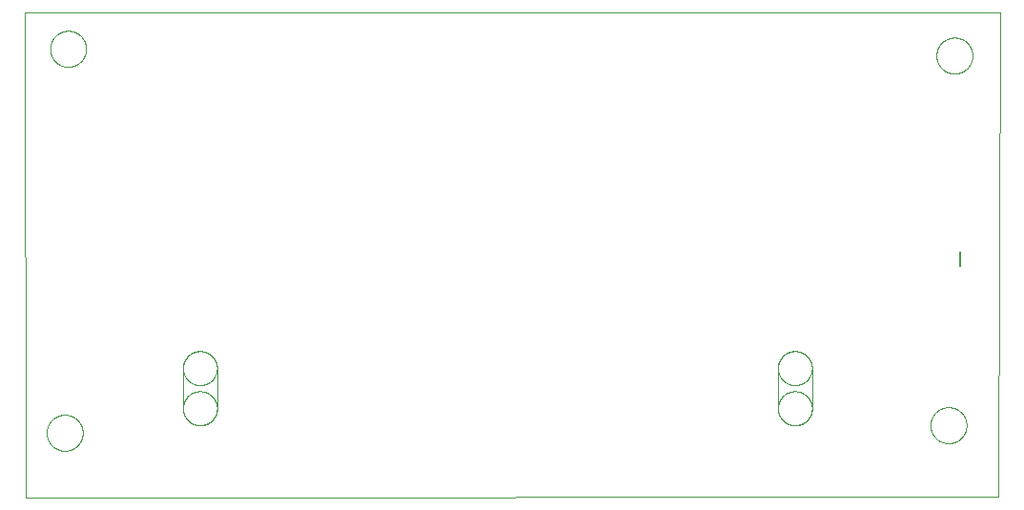
<source format=gbo>
G75*
%MOIN*%
%OFA0B0*%
%FSLAX25Y25*%
%IPPOS*%
%LPD*%
%AMOC8*
5,1,8,0,0,1.08239X$1,22.5*
%
%ADD10C,0.00000*%
%ADD11C,0.00009*%
%ADD12C,0.00800*%
D10*
X0002378Y0001591D02*
X0001984Y0171394D01*
X0343008Y0171394D01*
X0342614Y0001984D01*
X0002378Y0001591D01*
X0009780Y0024346D02*
X0009782Y0024504D01*
X0009788Y0024662D01*
X0009798Y0024820D01*
X0009812Y0024978D01*
X0009830Y0025135D01*
X0009851Y0025292D01*
X0009877Y0025448D01*
X0009907Y0025604D01*
X0009940Y0025759D01*
X0009978Y0025912D01*
X0010019Y0026065D01*
X0010064Y0026217D01*
X0010113Y0026368D01*
X0010166Y0026517D01*
X0010222Y0026665D01*
X0010282Y0026811D01*
X0010346Y0026956D01*
X0010414Y0027099D01*
X0010485Y0027241D01*
X0010559Y0027381D01*
X0010637Y0027518D01*
X0010719Y0027654D01*
X0010803Y0027788D01*
X0010892Y0027919D01*
X0010983Y0028048D01*
X0011078Y0028175D01*
X0011175Y0028300D01*
X0011276Y0028422D01*
X0011380Y0028541D01*
X0011487Y0028658D01*
X0011597Y0028772D01*
X0011710Y0028883D01*
X0011825Y0028992D01*
X0011943Y0029097D01*
X0012064Y0029199D01*
X0012187Y0029299D01*
X0012313Y0029395D01*
X0012441Y0029488D01*
X0012571Y0029578D01*
X0012704Y0029664D01*
X0012839Y0029748D01*
X0012975Y0029827D01*
X0013114Y0029904D01*
X0013255Y0029976D01*
X0013397Y0030046D01*
X0013541Y0030111D01*
X0013687Y0030173D01*
X0013834Y0030231D01*
X0013983Y0030286D01*
X0014133Y0030337D01*
X0014284Y0030384D01*
X0014436Y0030427D01*
X0014589Y0030466D01*
X0014744Y0030502D01*
X0014899Y0030533D01*
X0015055Y0030561D01*
X0015211Y0030585D01*
X0015368Y0030605D01*
X0015526Y0030621D01*
X0015683Y0030633D01*
X0015842Y0030641D01*
X0016000Y0030645D01*
X0016158Y0030645D01*
X0016316Y0030641D01*
X0016475Y0030633D01*
X0016632Y0030621D01*
X0016790Y0030605D01*
X0016947Y0030585D01*
X0017103Y0030561D01*
X0017259Y0030533D01*
X0017414Y0030502D01*
X0017569Y0030466D01*
X0017722Y0030427D01*
X0017874Y0030384D01*
X0018025Y0030337D01*
X0018175Y0030286D01*
X0018324Y0030231D01*
X0018471Y0030173D01*
X0018617Y0030111D01*
X0018761Y0030046D01*
X0018903Y0029976D01*
X0019044Y0029904D01*
X0019183Y0029827D01*
X0019319Y0029748D01*
X0019454Y0029664D01*
X0019587Y0029578D01*
X0019717Y0029488D01*
X0019845Y0029395D01*
X0019971Y0029299D01*
X0020094Y0029199D01*
X0020215Y0029097D01*
X0020333Y0028992D01*
X0020448Y0028883D01*
X0020561Y0028772D01*
X0020671Y0028658D01*
X0020778Y0028541D01*
X0020882Y0028422D01*
X0020983Y0028300D01*
X0021080Y0028175D01*
X0021175Y0028048D01*
X0021266Y0027919D01*
X0021355Y0027788D01*
X0021439Y0027654D01*
X0021521Y0027518D01*
X0021599Y0027381D01*
X0021673Y0027241D01*
X0021744Y0027099D01*
X0021812Y0026956D01*
X0021876Y0026811D01*
X0021936Y0026665D01*
X0021992Y0026517D01*
X0022045Y0026368D01*
X0022094Y0026217D01*
X0022139Y0026065D01*
X0022180Y0025912D01*
X0022218Y0025759D01*
X0022251Y0025604D01*
X0022281Y0025448D01*
X0022307Y0025292D01*
X0022328Y0025135D01*
X0022346Y0024978D01*
X0022360Y0024820D01*
X0022370Y0024662D01*
X0022376Y0024504D01*
X0022378Y0024346D01*
X0022376Y0024188D01*
X0022370Y0024030D01*
X0022360Y0023872D01*
X0022346Y0023714D01*
X0022328Y0023557D01*
X0022307Y0023400D01*
X0022281Y0023244D01*
X0022251Y0023088D01*
X0022218Y0022933D01*
X0022180Y0022780D01*
X0022139Y0022627D01*
X0022094Y0022475D01*
X0022045Y0022324D01*
X0021992Y0022175D01*
X0021936Y0022027D01*
X0021876Y0021881D01*
X0021812Y0021736D01*
X0021744Y0021593D01*
X0021673Y0021451D01*
X0021599Y0021311D01*
X0021521Y0021174D01*
X0021439Y0021038D01*
X0021355Y0020904D01*
X0021266Y0020773D01*
X0021175Y0020644D01*
X0021080Y0020517D01*
X0020983Y0020392D01*
X0020882Y0020270D01*
X0020778Y0020151D01*
X0020671Y0020034D01*
X0020561Y0019920D01*
X0020448Y0019809D01*
X0020333Y0019700D01*
X0020215Y0019595D01*
X0020094Y0019493D01*
X0019971Y0019393D01*
X0019845Y0019297D01*
X0019717Y0019204D01*
X0019587Y0019114D01*
X0019454Y0019028D01*
X0019319Y0018944D01*
X0019183Y0018865D01*
X0019044Y0018788D01*
X0018903Y0018716D01*
X0018761Y0018646D01*
X0018617Y0018581D01*
X0018471Y0018519D01*
X0018324Y0018461D01*
X0018175Y0018406D01*
X0018025Y0018355D01*
X0017874Y0018308D01*
X0017722Y0018265D01*
X0017569Y0018226D01*
X0017414Y0018190D01*
X0017259Y0018159D01*
X0017103Y0018131D01*
X0016947Y0018107D01*
X0016790Y0018087D01*
X0016632Y0018071D01*
X0016475Y0018059D01*
X0016316Y0018051D01*
X0016158Y0018047D01*
X0016000Y0018047D01*
X0015842Y0018051D01*
X0015683Y0018059D01*
X0015526Y0018071D01*
X0015368Y0018087D01*
X0015211Y0018107D01*
X0015055Y0018131D01*
X0014899Y0018159D01*
X0014744Y0018190D01*
X0014589Y0018226D01*
X0014436Y0018265D01*
X0014284Y0018308D01*
X0014133Y0018355D01*
X0013983Y0018406D01*
X0013834Y0018461D01*
X0013687Y0018519D01*
X0013541Y0018581D01*
X0013397Y0018646D01*
X0013255Y0018716D01*
X0013114Y0018788D01*
X0012975Y0018865D01*
X0012839Y0018944D01*
X0012704Y0019028D01*
X0012571Y0019114D01*
X0012441Y0019204D01*
X0012313Y0019297D01*
X0012187Y0019393D01*
X0012064Y0019493D01*
X0011943Y0019595D01*
X0011825Y0019700D01*
X0011710Y0019809D01*
X0011597Y0019920D01*
X0011487Y0020034D01*
X0011380Y0020151D01*
X0011276Y0020270D01*
X0011175Y0020392D01*
X0011078Y0020517D01*
X0010983Y0020644D01*
X0010892Y0020773D01*
X0010803Y0020904D01*
X0010719Y0021038D01*
X0010637Y0021174D01*
X0010559Y0021311D01*
X0010485Y0021451D01*
X0010414Y0021593D01*
X0010346Y0021736D01*
X0010282Y0021881D01*
X0010222Y0022027D01*
X0010166Y0022175D01*
X0010113Y0022324D01*
X0010064Y0022475D01*
X0010019Y0022627D01*
X0009978Y0022780D01*
X0009940Y0022933D01*
X0009907Y0023088D01*
X0009877Y0023244D01*
X0009851Y0023400D01*
X0009830Y0023557D01*
X0009812Y0023714D01*
X0009798Y0023872D01*
X0009788Y0024030D01*
X0009782Y0024188D01*
X0009780Y0024346D01*
X0057428Y0032921D02*
X0057430Y0033075D01*
X0057436Y0033229D01*
X0057446Y0033382D01*
X0057460Y0033535D01*
X0057478Y0033688D01*
X0057499Y0033840D01*
X0057525Y0033992D01*
X0057555Y0034143D01*
X0057588Y0034293D01*
X0057626Y0034442D01*
X0057667Y0034591D01*
X0057712Y0034738D01*
X0057761Y0034884D01*
X0057814Y0035028D01*
X0057870Y0035171D01*
X0057930Y0035313D01*
X0057994Y0035453D01*
X0058061Y0035591D01*
X0058132Y0035728D01*
X0058206Y0035863D01*
X0058284Y0035995D01*
X0058365Y0036126D01*
X0058450Y0036255D01*
X0058537Y0036381D01*
X0058628Y0036505D01*
X0058723Y0036626D01*
X0058820Y0036746D01*
X0058920Y0036862D01*
X0059024Y0036976D01*
X0059130Y0037087D01*
X0059239Y0037196D01*
X0059351Y0037301D01*
X0059466Y0037404D01*
X0059583Y0037504D01*
X0059703Y0037600D01*
X0059825Y0037694D01*
X0059949Y0037784D01*
X0060076Y0037871D01*
X0060205Y0037955D01*
X0060337Y0038035D01*
X0060470Y0038112D01*
X0060605Y0038185D01*
X0060742Y0038255D01*
X0060881Y0038322D01*
X0061021Y0038384D01*
X0061163Y0038443D01*
X0061307Y0038499D01*
X0061452Y0038551D01*
X0061598Y0038598D01*
X0061745Y0038643D01*
X0061894Y0038683D01*
X0062043Y0038719D01*
X0062194Y0038752D01*
X0062345Y0038781D01*
X0062497Y0038805D01*
X0062649Y0038826D01*
X0062802Y0038843D01*
X0062955Y0038856D01*
X0063109Y0038865D01*
X0063263Y0038870D01*
X0063416Y0038871D01*
X0063570Y0038868D01*
X0063724Y0038861D01*
X0063877Y0038850D01*
X0064031Y0038835D01*
X0064183Y0038816D01*
X0064335Y0038793D01*
X0064487Y0038767D01*
X0064638Y0038736D01*
X0064788Y0038702D01*
X0064937Y0038663D01*
X0065084Y0038621D01*
X0065231Y0038575D01*
X0065377Y0038525D01*
X0065521Y0038472D01*
X0065664Y0038414D01*
X0065805Y0038353D01*
X0065945Y0038289D01*
X0066083Y0038221D01*
X0066219Y0038149D01*
X0066353Y0038074D01*
X0066485Y0037995D01*
X0066615Y0037913D01*
X0066743Y0037828D01*
X0066869Y0037739D01*
X0066992Y0037647D01*
X0067113Y0037552D01*
X0067232Y0037454D01*
X0067348Y0037353D01*
X0067461Y0037249D01*
X0067572Y0037142D01*
X0067679Y0037032D01*
X0067784Y0036919D01*
X0067886Y0036804D01*
X0067985Y0036686D01*
X0068081Y0036566D01*
X0068174Y0036443D01*
X0068263Y0036318D01*
X0068349Y0036191D01*
X0068432Y0036061D01*
X0068512Y0035929D01*
X0068588Y0035796D01*
X0068660Y0035660D01*
X0068729Y0035522D01*
X0068795Y0035383D01*
X0068857Y0035242D01*
X0068915Y0035100D01*
X0068969Y0034956D01*
X0069020Y0034811D01*
X0069067Y0034664D01*
X0069110Y0034517D01*
X0069149Y0034368D01*
X0069185Y0034218D01*
X0069216Y0034068D01*
X0069244Y0033916D01*
X0069268Y0033764D01*
X0069288Y0033612D01*
X0069304Y0033459D01*
X0069316Y0033305D01*
X0069324Y0033152D01*
X0069328Y0032998D01*
X0069328Y0032844D01*
X0069324Y0032690D01*
X0069316Y0032537D01*
X0069304Y0032383D01*
X0069288Y0032230D01*
X0069268Y0032078D01*
X0069244Y0031926D01*
X0069216Y0031774D01*
X0069185Y0031624D01*
X0069149Y0031474D01*
X0069110Y0031325D01*
X0069067Y0031178D01*
X0069020Y0031031D01*
X0068969Y0030886D01*
X0068915Y0030742D01*
X0068857Y0030600D01*
X0068795Y0030459D01*
X0068729Y0030320D01*
X0068660Y0030182D01*
X0068588Y0030046D01*
X0068512Y0029913D01*
X0068432Y0029781D01*
X0068349Y0029651D01*
X0068263Y0029524D01*
X0068174Y0029399D01*
X0068081Y0029276D01*
X0067985Y0029156D01*
X0067886Y0029038D01*
X0067784Y0028923D01*
X0067679Y0028810D01*
X0067572Y0028700D01*
X0067461Y0028593D01*
X0067348Y0028489D01*
X0067232Y0028388D01*
X0067113Y0028290D01*
X0066992Y0028195D01*
X0066869Y0028103D01*
X0066743Y0028014D01*
X0066615Y0027929D01*
X0066485Y0027847D01*
X0066353Y0027768D01*
X0066219Y0027693D01*
X0066083Y0027621D01*
X0065945Y0027553D01*
X0065805Y0027489D01*
X0065664Y0027428D01*
X0065521Y0027370D01*
X0065377Y0027317D01*
X0065231Y0027267D01*
X0065084Y0027221D01*
X0064937Y0027179D01*
X0064788Y0027140D01*
X0064638Y0027106D01*
X0064487Y0027075D01*
X0064335Y0027049D01*
X0064183Y0027026D01*
X0064031Y0027007D01*
X0063877Y0026992D01*
X0063724Y0026981D01*
X0063570Y0026974D01*
X0063416Y0026971D01*
X0063263Y0026972D01*
X0063109Y0026977D01*
X0062955Y0026986D01*
X0062802Y0026999D01*
X0062649Y0027016D01*
X0062497Y0027037D01*
X0062345Y0027061D01*
X0062194Y0027090D01*
X0062043Y0027123D01*
X0061894Y0027159D01*
X0061745Y0027199D01*
X0061598Y0027244D01*
X0061452Y0027291D01*
X0061307Y0027343D01*
X0061163Y0027399D01*
X0061021Y0027458D01*
X0060881Y0027520D01*
X0060742Y0027587D01*
X0060605Y0027657D01*
X0060470Y0027730D01*
X0060337Y0027807D01*
X0060205Y0027887D01*
X0060076Y0027971D01*
X0059949Y0028058D01*
X0059825Y0028148D01*
X0059703Y0028242D01*
X0059583Y0028338D01*
X0059466Y0028438D01*
X0059351Y0028541D01*
X0059239Y0028646D01*
X0059130Y0028755D01*
X0059024Y0028866D01*
X0058920Y0028980D01*
X0058820Y0029096D01*
X0058723Y0029216D01*
X0058628Y0029337D01*
X0058537Y0029461D01*
X0058450Y0029587D01*
X0058365Y0029716D01*
X0058284Y0029847D01*
X0058206Y0029979D01*
X0058132Y0030114D01*
X0058061Y0030251D01*
X0057994Y0030389D01*
X0057930Y0030529D01*
X0057870Y0030671D01*
X0057814Y0030814D01*
X0057761Y0030958D01*
X0057712Y0031104D01*
X0057667Y0031251D01*
X0057626Y0031400D01*
X0057588Y0031549D01*
X0057555Y0031699D01*
X0057525Y0031850D01*
X0057499Y0032002D01*
X0057478Y0032154D01*
X0057460Y0032307D01*
X0057446Y0032460D01*
X0057436Y0032613D01*
X0057430Y0032767D01*
X0057428Y0032921D01*
X0057378Y0032921D02*
X0057380Y0032768D01*
X0057386Y0032615D01*
X0057396Y0032462D01*
X0057409Y0032309D01*
X0057427Y0032157D01*
X0057448Y0032005D01*
X0057474Y0031854D01*
X0057503Y0031704D01*
X0057536Y0031554D01*
X0057573Y0031405D01*
X0057613Y0031257D01*
X0057658Y0031111D01*
X0057706Y0030965D01*
X0057758Y0030821D01*
X0057813Y0030678D01*
X0057872Y0030537D01*
X0057935Y0030397D01*
X0058001Y0030259D01*
X0058071Y0030122D01*
X0058144Y0029988D01*
X0058221Y0029855D01*
X0058301Y0029724D01*
X0058384Y0029596D01*
X0058470Y0029469D01*
X0058560Y0029345D01*
X0058653Y0029223D01*
X0058749Y0029104D01*
X0058848Y0028987D01*
X0058950Y0028872D01*
X0059055Y0028760D01*
X0059163Y0028651D01*
X0059273Y0028545D01*
X0059386Y0028442D01*
X0059502Y0028341D01*
X0059620Y0028244D01*
X0059741Y0028149D01*
X0059864Y0028058D01*
X0059989Y0027970D01*
X0060117Y0027885D01*
X0060246Y0027803D01*
X0060378Y0027725D01*
X0060512Y0027650D01*
X0060647Y0027578D01*
X0060785Y0027510D01*
X0060924Y0027446D01*
X0061064Y0027385D01*
X0061206Y0027328D01*
X0061350Y0027274D01*
X0061495Y0027224D01*
X0061641Y0027178D01*
X0061788Y0027135D01*
X0061936Y0027097D01*
X0062086Y0027062D01*
X0062236Y0027031D01*
X0062386Y0027003D01*
X0062538Y0026980D01*
X0062690Y0026961D01*
X0062842Y0026945D01*
X0062995Y0026933D01*
X0063148Y0026925D01*
X0063301Y0026921D01*
X0063455Y0026921D01*
X0063608Y0026925D01*
X0063761Y0026933D01*
X0063914Y0026945D01*
X0064066Y0026961D01*
X0064218Y0026980D01*
X0064370Y0027003D01*
X0064520Y0027031D01*
X0064670Y0027062D01*
X0064820Y0027097D01*
X0064968Y0027135D01*
X0065115Y0027178D01*
X0065261Y0027224D01*
X0065406Y0027274D01*
X0065550Y0027328D01*
X0065692Y0027385D01*
X0065832Y0027446D01*
X0065971Y0027510D01*
X0066109Y0027578D01*
X0066244Y0027650D01*
X0066378Y0027725D01*
X0066510Y0027803D01*
X0066639Y0027885D01*
X0066767Y0027970D01*
X0066892Y0028058D01*
X0067015Y0028149D01*
X0067136Y0028244D01*
X0067254Y0028341D01*
X0067370Y0028442D01*
X0067483Y0028545D01*
X0067593Y0028651D01*
X0067701Y0028760D01*
X0067806Y0028872D01*
X0067908Y0028987D01*
X0068007Y0029104D01*
X0068103Y0029223D01*
X0068196Y0029345D01*
X0068286Y0029469D01*
X0068372Y0029596D01*
X0068455Y0029724D01*
X0068535Y0029855D01*
X0068612Y0029988D01*
X0068685Y0030122D01*
X0068755Y0030259D01*
X0068821Y0030397D01*
X0068884Y0030537D01*
X0068943Y0030678D01*
X0068998Y0030821D01*
X0069050Y0030965D01*
X0069098Y0031111D01*
X0069143Y0031257D01*
X0069183Y0031405D01*
X0069220Y0031554D01*
X0069253Y0031704D01*
X0069282Y0031854D01*
X0069308Y0032005D01*
X0069329Y0032157D01*
X0069347Y0032309D01*
X0069360Y0032462D01*
X0069370Y0032615D01*
X0069376Y0032768D01*
X0069378Y0032921D01*
X0057428Y0046921D02*
X0057430Y0047075D01*
X0057436Y0047229D01*
X0057446Y0047382D01*
X0057460Y0047535D01*
X0057478Y0047688D01*
X0057499Y0047840D01*
X0057525Y0047992D01*
X0057555Y0048143D01*
X0057588Y0048293D01*
X0057626Y0048442D01*
X0057667Y0048591D01*
X0057712Y0048738D01*
X0057761Y0048884D01*
X0057814Y0049028D01*
X0057870Y0049171D01*
X0057930Y0049313D01*
X0057994Y0049453D01*
X0058061Y0049591D01*
X0058132Y0049728D01*
X0058206Y0049863D01*
X0058284Y0049995D01*
X0058365Y0050126D01*
X0058450Y0050255D01*
X0058537Y0050381D01*
X0058628Y0050505D01*
X0058723Y0050626D01*
X0058820Y0050746D01*
X0058920Y0050862D01*
X0059024Y0050976D01*
X0059130Y0051087D01*
X0059239Y0051196D01*
X0059351Y0051301D01*
X0059466Y0051404D01*
X0059583Y0051504D01*
X0059703Y0051600D01*
X0059825Y0051694D01*
X0059949Y0051784D01*
X0060076Y0051871D01*
X0060205Y0051955D01*
X0060337Y0052035D01*
X0060470Y0052112D01*
X0060605Y0052185D01*
X0060742Y0052255D01*
X0060881Y0052322D01*
X0061021Y0052384D01*
X0061163Y0052443D01*
X0061307Y0052499D01*
X0061452Y0052551D01*
X0061598Y0052598D01*
X0061745Y0052643D01*
X0061894Y0052683D01*
X0062043Y0052719D01*
X0062194Y0052752D01*
X0062345Y0052781D01*
X0062497Y0052805D01*
X0062649Y0052826D01*
X0062802Y0052843D01*
X0062955Y0052856D01*
X0063109Y0052865D01*
X0063263Y0052870D01*
X0063416Y0052871D01*
X0063570Y0052868D01*
X0063724Y0052861D01*
X0063877Y0052850D01*
X0064031Y0052835D01*
X0064183Y0052816D01*
X0064335Y0052793D01*
X0064487Y0052767D01*
X0064638Y0052736D01*
X0064788Y0052702D01*
X0064937Y0052663D01*
X0065084Y0052621D01*
X0065231Y0052575D01*
X0065377Y0052525D01*
X0065521Y0052472D01*
X0065664Y0052414D01*
X0065805Y0052353D01*
X0065945Y0052289D01*
X0066083Y0052221D01*
X0066219Y0052149D01*
X0066353Y0052074D01*
X0066485Y0051995D01*
X0066615Y0051913D01*
X0066743Y0051828D01*
X0066869Y0051739D01*
X0066992Y0051647D01*
X0067113Y0051552D01*
X0067232Y0051454D01*
X0067348Y0051353D01*
X0067461Y0051249D01*
X0067572Y0051142D01*
X0067679Y0051032D01*
X0067784Y0050919D01*
X0067886Y0050804D01*
X0067985Y0050686D01*
X0068081Y0050566D01*
X0068174Y0050443D01*
X0068263Y0050318D01*
X0068349Y0050191D01*
X0068432Y0050061D01*
X0068512Y0049929D01*
X0068588Y0049796D01*
X0068660Y0049660D01*
X0068729Y0049522D01*
X0068795Y0049383D01*
X0068857Y0049242D01*
X0068915Y0049100D01*
X0068969Y0048956D01*
X0069020Y0048811D01*
X0069067Y0048664D01*
X0069110Y0048517D01*
X0069149Y0048368D01*
X0069185Y0048218D01*
X0069216Y0048068D01*
X0069244Y0047916D01*
X0069268Y0047764D01*
X0069288Y0047612D01*
X0069304Y0047459D01*
X0069316Y0047305D01*
X0069324Y0047152D01*
X0069328Y0046998D01*
X0069328Y0046844D01*
X0069324Y0046690D01*
X0069316Y0046537D01*
X0069304Y0046383D01*
X0069288Y0046230D01*
X0069268Y0046078D01*
X0069244Y0045926D01*
X0069216Y0045774D01*
X0069185Y0045624D01*
X0069149Y0045474D01*
X0069110Y0045325D01*
X0069067Y0045178D01*
X0069020Y0045031D01*
X0068969Y0044886D01*
X0068915Y0044742D01*
X0068857Y0044600D01*
X0068795Y0044459D01*
X0068729Y0044320D01*
X0068660Y0044182D01*
X0068588Y0044046D01*
X0068512Y0043913D01*
X0068432Y0043781D01*
X0068349Y0043651D01*
X0068263Y0043524D01*
X0068174Y0043399D01*
X0068081Y0043276D01*
X0067985Y0043156D01*
X0067886Y0043038D01*
X0067784Y0042923D01*
X0067679Y0042810D01*
X0067572Y0042700D01*
X0067461Y0042593D01*
X0067348Y0042489D01*
X0067232Y0042388D01*
X0067113Y0042290D01*
X0066992Y0042195D01*
X0066869Y0042103D01*
X0066743Y0042014D01*
X0066615Y0041929D01*
X0066485Y0041847D01*
X0066353Y0041768D01*
X0066219Y0041693D01*
X0066083Y0041621D01*
X0065945Y0041553D01*
X0065805Y0041489D01*
X0065664Y0041428D01*
X0065521Y0041370D01*
X0065377Y0041317D01*
X0065231Y0041267D01*
X0065084Y0041221D01*
X0064937Y0041179D01*
X0064788Y0041140D01*
X0064638Y0041106D01*
X0064487Y0041075D01*
X0064335Y0041049D01*
X0064183Y0041026D01*
X0064031Y0041007D01*
X0063877Y0040992D01*
X0063724Y0040981D01*
X0063570Y0040974D01*
X0063416Y0040971D01*
X0063263Y0040972D01*
X0063109Y0040977D01*
X0062955Y0040986D01*
X0062802Y0040999D01*
X0062649Y0041016D01*
X0062497Y0041037D01*
X0062345Y0041061D01*
X0062194Y0041090D01*
X0062043Y0041123D01*
X0061894Y0041159D01*
X0061745Y0041199D01*
X0061598Y0041244D01*
X0061452Y0041291D01*
X0061307Y0041343D01*
X0061163Y0041399D01*
X0061021Y0041458D01*
X0060881Y0041520D01*
X0060742Y0041587D01*
X0060605Y0041657D01*
X0060470Y0041730D01*
X0060337Y0041807D01*
X0060205Y0041887D01*
X0060076Y0041971D01*
X0059949Y0042058D01*
X0059825Y0042148D01*
X0059703Y0042242D01*
X0059583Y0042338D01*
X0059466Y0042438D01*
X0059351Y0042541D01*
X0059239Y0042646D01*
X0059130Y0042755D01*
X0059024Y0042866D01*
X0058920Y0042980D01*
X0058820Y0043096D01*
X0058723Y0043216D01*
X0058628Y0043337D01*
X0058537Y0043461D01*
X0058450Y0043587D01*
X0058365Y0043716D01*
X0058284Y0043847D01*
X0058206Y0043979D01*
X0058132Y0044114D01*
X0058061Y0044251D01*
X0057994Y0044389D01*
X0057930Y0044529D01*
X0057870Y0044671D01*
X0057814Y0044814D01*
X0057761Y0044958D01*
X0057712Y0045104D01*
X0057667Y0045251D01*
X0057626Y0045400D01*
X0057588Y0045549D01*
X0057555Y0045699D01*
X0057525Y0045850D01*
X0057499Y0046002D01*
X0057478Y0046154D01*
X0057460Y0046307D01*
X0057446Y0046460D01*
X0057436Y0046613D01*
X0057430Y0046767D01*
X0057428Y0046921D01*
X0057378Y0046921D02*
X0057380Y0047074D01*
X0057386Y0047227D01*
X0057396Y0047380D01*
X0057409Y0047533D01*
X0057427Y0047685D01*
X0057448Y0047837D01*
X0057474Y0047988D01*
X0057503Y0048138D01*
X0057536Y0048288D01*
X0057573Y0048437D01*
X0057613Y0048585D01*
X0057658Y0048731D01*
X0057706Y0048877D01*
X0057758Y0049021D01*
X0057813Y0049164D01*
X0057872Y0049305D01*
X0057935Y0049445D01*
X0058001Y0049583D01*
X0058071Y0049720D01*
X0058144Y0049854D01*
X0058221Y0049987D01*
X0058301Y0050118D01*
X0058384Y0050246D01*
X0058470Y0050373D01*
X0058560Y0050497D01*
X0058653Y0050619D01*
X0058749Y0050738D01*
X0058848Y0050855D01*
X0058950Y0050970D01*
X0059055Y0051082D01*
X0059163Y0051191D01*
X0059273Y0051297D01*
X0059386Y0051400D01*
X0059502Y0051501D01*
X0059620Y0051598D01*
X0059741Y0051693D01*
X0059864Y0051784D01*
X0059989Y0051872D01*
X0060117Y0051957D01*
X0060246Y0052039D01*
X0060378Y0052117D01*
X0060512Y0052192D01*
X0060647Y0052264D01*
X0060785Y0052332D01*
X0060924Y0052396D01*
X0061064Y0052457D01*
X0061206Y0052514D01*
X0061350Y0052568D01*
X0061495Y0052618D01*
X0061641Y0052664D01*
X0061788Y0052707D01*
X0061936Y0052745D01*
X0062086Y0052780D01*
X0062236Y0052811D01*
X0062386Y0052839D01*
X0062538Y0052862D01*
X0062690Y0052881D01*
X0062842Y0052897D01*
X0062995Y0052909D01*
X0063148Y0052917D01*
X0063301Y0052921D01*
X0063455Y0052921D01*
X0063608Y0052917D01*
X0063761Y0052909D01*
X0063914Y0052897D01*
X0064066Y0052881D01*
X0064218Y0052862D01*
X0064370Y0052839D01*
X0064520Y0052811D01*
X0064670Y0052780D01*
X0064820Y0052745D01*
X0064968Y0052707D01*
X0065115Y0052664D01*
X0065261Y0052618D01*
X0065406Y0052568D01*
X0065550Y0052514D01*
X0065692Y0052457D01*
X0065832Y0052396D01*
X0065971Y0052332D01*
X0066109Y0052264D01*
X0066244Y0052192D01*
X0066378Y0052117D01*
X0066510Y0052039D01*
X0066639Y0051957D01*
X0066767Y0051872D01*
X0066892Y0051784D01*
X0067015Y0051693D01*
X0067136Y0051598D01*
X0067254Y0051501D01*
X0067370Y0051400D01*
X0067483Y0051297D01*
X0067593Y0051191D01*
X0067701Y0051082D01*
X0067806Y0050970D01*
X0067908Y0050855D01*
X0068007Y0050738D01*
X0068103Y0050619D01*
X0068196Y0050497D01*
X0068286Y0050373D01*
X0068372Y0050246D01*
X0068455Y0050118D01*
X0068535Y0049987D01*
X0068612Y0049854D01*
X0068685Y0049720D01*
X0068755Y0049583D01*
X0068821Y0049445D01*
X0068884Y0049305D01*
X0068943Y0049164D01*
X0068998Y0049021D01*
X0069050Y0048877D01*
X0069098Y0048731D01*
X0069143Y0048585D01*
X0069183Y0048437D01*
X0069220Y0048288D01*
X0069253Y0048138D01*
X0069282Y0047988D01*
X0069308Y0047837D01*
X0069329Y0047685D01*
X0069347Y0047533D01*
X0069360Y0047380D01*
X0069370Y0047227D01*
X0069376Y0047074D01*
X0069378Y0046921D01*
X0265428Y0046921D02*
X0265430Y0047075D01*
X0265436Y0047229D01*
X0265446Y0047382D01*
X0265460Y0047535D01*
X0265478Y0047688D01*
X0265499Y0047840D01*
X0265525Y0047992D01*
X0265555Y0048143D01*
X0265588Y0048293D01*
X0265626Y0048442D01*
X0265667Y0048591D01*
X0265712Y0048738D01*
X0265761Y0048884D01*
X0265814Y0049028D01*
X0265870Y0049171D01*
X0265930Y0049313D01*
X0265994Y0049453D01*
X0266061Y0049591D01*
X0266132Y0049728D01*
X0266206Y0049863D01*
X0266284Y0049995D01*
X0266365Y0050126D01*
X0266450Y0050255D01*
X0266537Y0050381D01*
X0266628Y0050505D01*
X0266723Y0050626D01*
X0266820Y0050746D01*
X0266920Y0050862D01*
X0267024Y0050976D01*
X0267130Y0051087D01*
X0267239Y0051196D01*
X0267351Y0051301D01*
X0267466Y0051404D01*
X0267583Y0051504D01*
X0267703Y0051600D01*
X0267825Y0051694D01*
X0267949Y0051784D01*
X0268076Y0051871D01*
X0268205Y0051955D01*
X0268337Y0052035D01*
X0268470Y0052112D01*
X0268605Y0052185D01*
X0268742Y0052255D01*
X0268881Y0052322D01*
X0269021Y0052384D01*
X0269163Y0052443D01*
X0269307Y0052499D01*
X0269452Y0052551D01*
X0269598Y0052598D01*
X0269745Y0052643D01*
X0269894Y0052683D01*
X0270043Y0052719D01*
X0270194Y0052752D01*
X0270345Y0052781D01*
X0270497Y0052805D01*
X0270649Y0052826D01*
X0270802Y0052843D01*
X0270955Y0052856D01*
X0271109Y0052865D01*
X0271263Y0052870D01*
X0271416Y0052871D01*
X0271570Y0052868D01*
X0271724Y0052861D01*
X0271877Y0052850D01*
X0272031Y0052835D01*
X0272183Y0052816D01*
X0272335Y0052793D01*
X0272487Y0052767D01*
X0272638Y0052736D01*
X0272788Y0052702D01*
X0272937Y0052663D01*
X0273084Y0052621D01*
X0273231Y0052575D01*
X0273377Y0052525D01*
X0273521Y0052472D01*
X0273664Y0052414D01*
X0273805Y0052353D01*
X0273945Y0052289D01*
X0274083Y0052221D01*
X0274219Y0052149D01*
X0274353Y0052074D01*
X0274485Y0051995D01*
X0274615Y0051913D01*
X0274743Y0051828D01*
X0274869Y0051739D01*
X0274992Y0051647D01*
X0275113Y0051552D01*
X0275232Y0051454D01*
X0275348Y0051353D01*
X0275461Y0051249D01*
X0275572Y0051142D01*
X0275679Y0051032D01*
X0275784Y0050919D01*
X0275886Y0050804D01*
X0275985Y0050686D01*
X0276081Y0050566D01*
X0276174Y0050443D01*
X0276263Y0050318D01*
X0276349Y0050191D01*
X0276432Y0050061D01*
X0276512Y0049929D01*
X0276588Y0049796D01*
X0276660Y0049660D01*
X0276729Y0049522D01*
X0276795Y0049383D01*
X0276857Y0049242D01*
X0276915Y0049100D01*
X0276969Y0048956D01*
X0277020Y0048811D01*
X0277067Y0048664D01*
X0277110Y0048517D01*
X0277149Y0048368D01*
X0277185Y0048218D01*
X0277216Y0048068D01*
X0277244Y0047916D01*
X0277268Y0047764D01*
X0277288Y0047612D01*
X0277304Y0047459D01*
X0277316Y0047305D01*
X0277324Y0047152D01*
X0277328Y0046998D01*
X0277328Y0046844D01*
X0277324Y0046690D01*
X0277316Y0046537D01*
X0277304Y0046383D01*
X0277288Y0046230D01*
X0277268Y0046078D01*
X0277244Y0045926D01*
X0277216Y0045774D01*
X0277185Y0045624D01*
X0277149Y0045474D01*
X0277110Y0045325D01*
X0277067Y0045178D01*
X0277020Y0045031D01*
X0276969Y0044886D01*
X0276915Y0044742D01*
X0276857Y0044600D01*
X0276795Y0044459D01*
X0276729Y0044320D01*
X0276660Y0044182D01*
X0276588Y0044046D01*
X0276512Y0043913D01*
X0276432Y0043781D01*
X0276349Y0043651D01*
X0276263Y0043524D01*
X0276174Y0043399D01*
X0276081Y0043276D01*
X0275985Y0043156D01*
X0275886Y0043038D01*
X0275784Y0042923D01*
X0275679Y0042810D01*
X0275572Y0042700D01*
X0275461Y0042593D01*
X0275348Y0042489D01*
X0275232Y0042388D01*
X0275113Y0042290D01*
X0274992Y0042195D01*
X0274869Y0042103D01*
X0274743Y0042014D01*
X0274615Y0041929D01*
X0274485Y0041847D01*
X0274353Y0041768D01*
X0274219Y0041693D01*
X0274083Y0041621D01*
X0273945Y0041553D01*
X0273805Y0041489D01*
X0273664Y0041428D01*
X0273521Y0041370D01*
X0273377Y0041317D01*
X0273231Y0041267D01*
X0273084Y0041221D01*
X0272937Y0041179D01*
X0272788Y0041140D01*
X0272638Y0041106D01*
X0272487Y0041075D01*
X0272335Y0041049D01*
X0272183Y0041026D01*
X0272031Y0041007D01*
X0271877Y0040992D01*
X0271724Y0040981D01*
X0271570Y0040974D01*
X0271416Y0040971D01*
X0271263Y0040972D01*
X0271109Y0040977D01*
X0270955Y0040986D01*
X0270802Y0040999D01*
X0270649Y0041016D01*
X0270497Y0041037D01*
X0270345Y0041061D01*
X0270194Y0041090D01*
X0270043Y0041123D01*
X0269894Y0041159D01*
X0269745Y0041199D01*
X0269598Y0041244D01*
X0269452Y0041291D01*
X0269307Y0041343D01*
X0269163Y0041399D01*
X0269021Y0041458D01*
X0268881Y0041520D01*
X0268742Y0041587D01*
X0268605Y0041657D01*
X0268470Y0041730D01*
X0268337Y0041807D01*
X0268205Y0041887D01*
X0268076Y0041971D01*
X0267949Y0042058D01*
X0267825Y0042148D01*
X0267703Y0042242D01*
X0267583Y0042338D01*
X0267466Y0042438D01*
X0267351Y0042541D01*
X0267239Y0042646D01*
X0267130Y0042755D01*
X0267024Y0042866D01*
X0266920Y0042980D01*
X0266820Y0043096D01*
X0266723Y0043216D01*
X0266628Y0043337D01*
X0266537Y0043461D01*
X0266450Y0043587D01*
X0266365Y0043716D01*
X0266284Y0043847D01*
X0266206Y0043979D01*
X0266132Y0044114D01*
X0266061Y0044251D01*
X0265994Y0044389D01*
X0265930Y0044529D01*
X0265870Y0044671D01*
X0265814Y0044814D01*
X0265761Y0044958D01*
X0265712Y0045104D01*
X0265667Y0045251D01*
X0265626Y0045400D01*
X0265588Y0045549D01*
X0265555Y0045699D01*
X0265525Y0045850D01*
X0265499Y0046002D01*
X0265478Y0046154D01*
X0265460Y0046307D01*
X0265446Y0046460D01*
X0265436Y0046613D01*
X0265430Y0046767D01*
X0265428Y0046921D01*
X0265378Y0046921D02*
X0265380Y0047074D01*
X0265386Y0047227D01*
X0265396Y0047380D01*
X0265409Y0047533D01*
X0265427Y0047685D01*
X0265448Y0047837D01*
X0265474Y0047988D01*
X0265503Y0048138D01*
X0265536Y0048288D01*
X0265573Y0048437D01*
X0265613Y0048585D01*
X0265658Y0048731D01*
X0265706Y0048877D01*
X0265758Y0049021D01*
X0265813Y0049164D01*
X0265872Y0049305D01*
X0265935Y0049445D01*
X0266001Y0049583D01*
X0266071Y0049720D01*
X0266144Y0049854D01*
X0266221Y0049987D01*
X0266301Y0050118D01*
X0266384Y0050246D01*
X0266470Y0050373D01*
X0266560Y0050497D01*
X0266653Y0050619D01*
X0266749Y0050738D01*
X0266848Y0050855D01*
X0266950Y0050970D01*
X0267055Y0051082D01*
X0267163Y0051191D01*
X0267273Y0051297D01*
X0267386Y0051400D01*
X0267502Y0051501D01*
X0267620Y0051598D01*
X0267741Y0051693D01*
X0267864Y0051784D01*
X0267989Y0051872D01*
X0268117Y0051957D01*
X0268246Y0052039D01*
X0268378Y0052117D01*
X0268512Y0052192D01*
X0268647Y0052264D01*
X0268785Y0052332D01*
X0268924Y0052396D01*
X0269064Y0052457D01*
X0269206Y0052514D01*
X0269350Y0052568D01*
X0269495Y0052618D01*
X0269641Y0052664D01*
X0269788Y0052707D01*
X0269936Y0052745D01*
X0270086Y0052780D01*
X0270236Y0052811D01*
X0270386Y0052839D01*
X0270538Y0052862D01*
X0270690Y0052881D01*
X0270842Y0052897D01*
X0270995Y0052909D01*
X0271148Y0052917D01*
X0271301Y0052921D01*
X0271455Y0052921D01*
X0271608Y0052917D01*
X0271761Y0052909D01*
X0271914Y0052897D01*
X0272066Y0052881D01*
X0272218Y0052862D01*
X0272370Y0052839D01*
X0272520Y0052811D01*
X0272670Y0052780D01*
X0272820Y0052745D01*
X0272968Y0052707D01*
X0273115Y0052664D01*
X0273261Y0052618D01*
X0273406Y0052568D01*
X0273550Y0052514D01*
X0273692Y0052457D01*
X0273832Y0052396D01*
X0273971Y0052332D01*
X0274109Y0052264D01*
X0274244Y0052192D01*
X0274378Y0052117D01*
X0274510Y0052039D01*
X0274639Y0051957D01*
X0274767Y0051872D01*
X0274892Y0051784D01*
X0275015Y0051693D01*
X0275136Y0051598D01*
X0275254Y0051501D01*
X0275370Y0051400D01*
X0275483Y0051297D01*
X0275593Y0051191D01*
X0275701Y0051082D01*
X0275806Y0050970D01*
X0275908Y0050855D01*
X0276007Y0050738D01*
X0276103Y0050619D01*
X0276196Y0050497D01*
X0276286Y0050373D01*
X0276372Y0050246D01*
X0276455Y0050118D01*
X0276535Y0049987D01*
X0276612Y0049854D01*
X0276685Y0049720D01*
X0276755Y0049583D01*
X0276821Y0049445D01*
X0276884Y0049305D01*
X0276943Y0049164D01*
X0276998Y0049021D01*
X0277050Y0048877D01*
X0277098Y0048731D01*
X0277143Y0048585D01*
X0277183Y0048437D01*
X0277220Y0048288D01*
X0277253Y0048138D01*
X0277282Y0047988D01*
X0277308Y0047837D01*
X0277329Y0047685D01*
X0277347Y0047533D01*
X0277360Y0047380D01*
X0277370Y0047227D01*
X0277376Y0047074D01*
X0277378Y0046921D01*
X0265428Y0032921D02*
X0265430Y0033075D01*
X0265436Y0033229D01*
X0265446Y0033382D01*
X0265460Y0033535D01*
X0265478Y0033688D01*
X0265499Y0033840D01*
X0265525Y0033992D01*
X0265555Y0034143D01*
X0265588Y0034293D01*
X0265626Y0034442D01*
X0265667Y0034591D01*
X0265712Y0034738D01*
X0265761Y0034884D01*
X0265814Y0035028D01*
X0265870Y0035171D01*
X0265930Y0035313D01*
X0265994Y0035453D01*
X0266061Y0035591D01*
X0266132Y0035728D01*
X0266206Y0035863D01*
X0266284Y0035995D01*
X0266365Y0036126D01*
X0266450Y0036255D01*
X0266537Y0036381D01*
X0266628Y0036505D01*
X0266723Y0036626D01*
X0266820Y0036746D01*
X0266920Y0036862D01*
X0267024Y0036976D01*
X0267130Y0037087D01*
X0267239Y0037196D01*
X0267351Y0037301D01*
X0267466Y0037404D01*
X0267583Y0037504D01*
X0267703Y0037600D01*
X0267825Y0037694D01*
X0267949Y0037784D01*
X0268076Y0037871D01*
X0268205Y0037955D01*
X0268337Y0038035D01*
X0268470Y0038112D01*
X0268605Y0038185D01*
X0268742Y0038255D01*
X0268881Y0038322D01*
X0269021Y0038384D01*
X0269163Y0038443D01*
X0269307Y0038499D01*
X0269452Y0038551D01*
X0269598Y0038598D01*
X0269745Y0038643D01*
X0269894Y0038683D01*
X0270043Y0038719D01*
X0270194Y0038752D01*
X0270345Y0038781D01*
X0270497Y0038805D01*
X0270649Y0038826D01*
X0270802Y0038843D01*
X0270955Y0038856D01*
X0271109Y0038865D01*
X0271263Y0038870D01*
X0271416Y0038871D01*
X0271570Y0038868D01*
X0271724Y0038861D01*
X0271877Y0038850D01*
X0272031Y0038835D01*
X0272183Y0038816D01*
X0272335Y0038793D01*
X0272487Y0038767D01*
X0272638Y0038736D01*
X0272788Y0038702D01*
X0272937Y0038663D01*
X0273084Y0038621D01*
X0273231Y0038575D01*
X0273377Y0038525D01*
X0273521Y0038472D01*
X0273664Y0038414D01*
X0273805Y0038353D01*
X0273945Y0038289D01*
X0274083Y0038221D01*
X0274219Y0038149D01*
X0274353Y0038074D01*
X0274485Y0037995D01*
X0274615Y0037913D01*
X0274743Y0037828D01*
X0274869Y0037739D01*
X0274992Y0037647D01*
X0275113Y0037552D01*
X0275232Y0037454D01*
X0275348Y0037353D01*
X0275461Y0037249D01*
X0275572Y0037142D01*
X0275679Y0037032D01*
X0275784Y0036919D01*
X0275886Y0036804D01*
X0275985Y0036686D01*
X0276081Y0036566D01*
X0276174Y0036443D01*
X0276263Y0036318D01*
X0276349Y0036191D01*
X0276432Y0036061D01*
X0276512Y0035929D01*
X0276588Y0035796D01*
X0276660Y0035660D01*
X0276729Y0035522D01*
X0276795Y0035383D01*
X0276857Y0035242D01*
X0276915Y0035100D01*
X0276969Y0034956D01*
X0277020Y0034811D01*
X0277067Y0034664D01*
X0277110Y0034517D01*
X0277149Y0034368D01*
X0277185Y0034218D01*
X0277216Y0034068D01*
X0277244Y0033916D01*
X0277268Y0033764D01*
X0277288Y0033612D01*
X0277304Y0033459D01*
X0277316Y0033305D01*
X0277324Y0033152D01*
X0277328Y0032998D01*
X0277328Y0032844D01*
X0277324Y0032690D01*
X0277316Y0032537D01*
X0277304Y0032383D01*
X0277288Y0032230D01*
X0277268Y0032078D01*
X0277244Y0031926D01*
X0277216Y0031774D01*
X0277185Y0031624D01*
X0277149Y0031474D01*
X0277110Y0031325D01*
X0277067Y0031178D01*
X0277020Y0031031D01*
X0276969Y0030886D01*
X0276915Y0030742D01*
X0276857Y0030600D01*
X0276795Y0030459D01*
X0276729Y0030320D01*
X0276660Y0030182D01*
X0276588Y0030046D01*
X0276512Y0029913D01*
X0276432Y0029781D01*
X0276349Y0029651D01*
X0276263Y0029524D01*
X0276174Y0029399D01*
X0276081Y0029276D01*
X0275985Y0029156D01*
X0275886Y0029038D01*
X0275784Y0028923D01*
X0275679Y0028810D01*
X0275572Y0028700D01*
X0275461Y0028593D01*
X0275348Y0028489D01*
X0275232Y0028388D01*
X0275113Y0028290D01*
X0274992Y0028195D01*
X0274869Y0028103D01*
X0274743Y0028014D01*
X0274615Y0027929D01*
X0274485Y0027847D01*
X0274353Y0027768D01*
X0274219Y0027693D01*
X0274083Y0027621D01*
X0273945Y0027553D01*
X0273805Y0027489D01*
X0273664Y0027428D01*
X0273521Y0027370D01*
X0273377Y0027317D01*
X0273231Y0027267D01*
X0273084Y0027221D01*
X0272937Y0027179D01*
X0272788Y0027140D01*
X0272638Y0027106D01*
X0272487Y0027075D01*
X0272335Y0027049D01*
X0272183Y0027026D01*
X0272031Y0027007D01*
X0271877Y0026992D01*
X0271724Y0026981D01*
X0271570Y0026974D01*
X0271416Y0026971D01*
X0271263Y0026972D01*
X0271109Y0026977D01*
X0270955Y0026986D01*
X0270802Y0026999D01*
X0270649Y0027016D01*
X0270497Y0027037D01*
X0270345Y0027061D01*
X0270194Y0027090D01*
X0270043Y0027123D01*
X0269894Y0027159D01*
X0269745Y0027199D01*
X0269598Y0027244D01*
X0269452Y0027291D01*
X0269307Y0027343D01*
X0269163Y0027399D01*
X0269021Y0027458D01*
X0268881Y0027520D01*
X0268742Y0027587D01*
X0268605Y0027657D01*
X0268470Y0027730D01*
X0268337Y0027807D01*
X0268205Y0027887D01*
X0268076Y0027971D01*
X0267949Y0028058D01*
X0267825Y0028148D01*
X0267703Y0028242D01*
X0267583Y0028338D01*
X0267466Y0028438D01*
X0267351Y0028541D01*
X0267239Y0028646D01*
X0267130Y0028755D01*
X0267024Y0028866D01*
X0266920Y0028980D01*
X0266820Y0029096D01*
X0266723Y0029216D01*
X0266628Y0029337D01*
X0266537Y0029461D01*
X0266450Y0029587D01*
X0266365Y0029716D01*
X0266284Y0029847D01*
X0266206Y0029979D01*
X0266132Y0030114D01*
X0266061Y0030251D01*
X0265994Y0030389D01*
X0265930Y0030529D01*
X0265870Y0030671D01*
X0265814Y0030814D01*
X0265761Y0030958D01*
X0265712Y0031104D01*
X0265667Y0031251D01*
X0265626Y0031400D01*
X0265588Y0031549D01*
X0265555Y0031699D01*
X0265525Y0031850D01*
X0265499Y0032002D01*
X0265478Y0032154D01*
X0265460Y0032307D01*
X0265446Y0032460D01*
X0265436Y0032613D01*
X0265430Y0032767D01*
X0265428Y0032921D01*
X0265378Y0032921D02*
X0265380Y0032768D01*
X0265386Y0032615D01*
X0265396Y0032462D01*
X0265409Y0032309D01*
X0265427Y0032157D01*
X0265448Y0032005D01*
X0265474Y0031854D01*
X0265503Y0031704D01*
X0265536Y0031554D01*
X0265573Y0031405D01*
X0265613Y0031257D01*
X0265658Y0031111D01*
X0265706Y0030965D01*
X0265758Y0030821D01*
X0265813Y0030678D01*
X0265872Y0030537D01*
X0265935Y0030397D01*
X0266001Y0030259D01*
X0266071Y0030122D01*
X0266144Y0029988D01*
X0266221Y0029855D01*
X0266301Y0029724D01*
X0266384Y0029596D01*
X0266470Y0029469D01*
X0266560Y0029345D01*
X0266653Y0029223D01*
X0266749Y0029104D01*
X0266848Y0028987D01*
X0266950Y0028872D01*
X0267055Y0028760D01*
X0267163Y0028651D01*
X0267273Y0028545D01*
X0267386Y0028442D01*
X0267502Y0028341D01*
X0267620Y0028244D01*
X0267741Y0028149D01*
X0267864Y0028058D01*
X0267989Y0027970D01*
X0268117Y0027885D01*
X0268246Y0027803D01*
X0268378Y0027725D01*
X0268512Y0027650D01*
X0268647Y0027578D01*
X0268785Y0027510D01*
X0268924Y0027446D01*
X0269064Y0027385D01*
X0269206Y0027328D01*
X0269350Y0027274D01*
X0269495Y0027224D01*
X0269641Y0027178D01*
X0269788Y0027135D01*
X0269936Y0027097D01*
X0270086Y0027062D01*
X0270236Y0027031D01*
X0270386Y0027003D01*
X0270538Y0026980D01*
X0270690Y0026961D01*
X0270842Y0026945D01*
X0270995Y0026933D01*
X0271148Y0026925D01*
X0271301Y0026921D01*
X0271455Y0026921D01*
X0271608Y0026925D01*
X0271761Y0026933D01*
X0271914Y0026945D01*
X0272066Y0026961D01*
X0272218Y0026980D01*
X0272370Y0027003D01*
X0272520Y0027031D01*
X0272670Y0027062D01*
X0272820Y0027097D01*
X0272968Y0027135D01*
X0273115Y0027178D01*
X0273261Y0027224D01*
X0273406Y0027274D01*
X0273550Y0027328D01*
X0273692Y0027385D01*
X0273832Y0027446D01*
X0273971Y0027510D01*
X0274109Y0027578D01*
X0274244Y0027650D01*
X0274378Y0027725D01*
X0274510Y0027803D01*
X0274639Y0027885D01*
X0274767Y0027970D01*
X0274892Y0028058D01*
X0275015Y0028149D01*
X0275136Y0028244D01*
X0275254Y0028341D01*
X0275370Y0028442D01*
X0275483Y0028545D01*
X0275593Y0028651D01*
X0275701Y0028760D01*
X0275806Y0028872D01*
X0275908Y0028987D01*
X0276007Y0029104D01*
X0276103Y0029223D01*
X0276196Y0029345D01*
X0276286Y0029469D01*
X0276372Y0029596D01*
X0276455Y0029724D01*
X0276535Y0029855D01*
X0276612Y0029988D01*
X0276685Y0030122D01*
X0276755Y0030259D01*
X0276821Y0030397D01*
X0276884Y0030537D01*
X0276943Y0030678D01*
X0276998Y0030821D01*
X0277050Y0030965D01*
X0277098Y0031111D01*
X0277143Y0031257D01*
X0277183Y0031405D01*
X0277220Y0031554D01*
X0277253Y0031704D01*
X0277282Y0031854D01*
X0277308Y0032005D01*
X0277329Y0032157D01*
X0277347Y0032309D01*
X0277360Y0032462D01*
X0277370Y0032615D01*
X0277376Y0032768D01*
X0277378Y0032921D01*
X0318756Y0026984D02*
X0318758Y0027142D01*
X0318764Y0027300D01*
X0318774Y0027458D01*
X0318788Y0027616D01*
X0318806Y0027773D01*
X0318827Y0027930D01*
X0318853Y0028086D01*
X0318883Y0028242D01*
X0318916Y0028397D01*
X0318954Y0028550D01*
X0318995Y0028703D01*
X0319040Y0028855D01*
X0319089Y0029006D01*
X0319142Y0029155D01*
X0319198Y0029303D01*
X0319258Y0029449D01*
X0319322Y0029594D01*
X0319390Y0029737D01*
X0319461Y0029879D01*
X0319535Y0030019D01*
X0319613Y0030156D01*
X0319695Y0030292D01*
X0319779Y0030426D01*
X0319868Y0030557D01*
X0319959Y0030686D01*
X0320054Y0030813D01*
X0320151Y0030938D01*
X0320252Y0031060D01*
X0320356Y0031179D01*
X0320463Y0031296D01*
X0320573Y0031410D01*
X0320686Y0031521D01*
X0320801Y0031630D01*
X0320919Y0031735D01*
X0321040Y0031837D01*
X0321163Y0031937D01*
X0321289Y0032033D01*
X0321417Y0032126D01*
X0321547Y0032216D01*
X0321680Y0032302D01*
X0321815Y0032386D01*
X0321951Y0032465D01*
X0322090Y0032542D01*
X0322231Y0032614D01*
X0322373Y0032684D01*
X0322517Y0032749D01*
X0322663Y0032811D01*
X0322810Y0032869D01*
X0322959Y0032924D01*
X0323109Y0032975D01*
X0323260Y0033022D01*
X0323412Y0033065D01*
X0323565Y0033104D01*
X0323720Y0033140D01*
X0323875Y0033171D01*
X0324031Y0033199D01*
X0324187Y0033223D01*
X0324344Y0033243D01*
X0324502Y0033259D01*
X0324659Y0033271D01*
X0324818Y0033279D01*
X0324976Y0033283D01*
X0325134Y0033283D01*
X0325292Y0033279D01*
X0325451Y0033271D01*
X0325608Y0033259D01*
X0325766Y0033243D01*
X0325923Y0033223D01*
X0326079Y0033199D01*
X0326235Y0033171D01*
X0326390Y0033140D01*
X0326545Y0033104D01*
X0326698Y0033065D01*
X0326850Y0033022D01*
X0327001Y0032975D01*
X0327151Y0032924D01*
X0327300Y0032869D01*
X0327447Y0032811D01*
X0327593Y0032749D01*
X0327737Y0032684D01*
X0327879Y0032614D01*
X0328020Y0032542D01*
X0328159Y0032465D01*
X0328295Y0032386D01*
X0328430Y0032302D01*
X0328563Y0032216D01*
X0328693Y0032126D01*
X0328821Y0032033D01*
X0328947Y0031937D01*
X0329070Y0031837D01*
X0329191Y0031735D01*
X0329309Y0031630D01*
X0329424Y0031521D01*
X0329537Y0031410D01*
X0329647Y0031296D01*
X0329754Y0031179D01*
X0329858Y0031060D01*
X0329959Y0030938D01*
X0330056Y0030813D01*
X0330151Y0030686D01*
X0330242Y0030557D01*
X0330331Y0030426D01*
X0330415Y0030292D01*
X0330497Y0030156D01*
X0330575Y0030019D01*
X0330649Y0029879D01*
X0330720Y0029737D01*
X0330788Y0029594D01*
X0330852Y0029449D01*
X0330912Y0029303D01*
X0330968Y0029155D01*
X0331021Y0029006D01*
X0331070Y0028855D01*
X0331115Y0028703D01*
X0331156Y0028550D01*
X0331194Y0028397D01*
X0331227Y0028242D01*
X0331257Y0028086D01*
X0331283Y0027930D01*
X0331304Y0027773D01*
X0331322Y0027616D01*
X0331336Y0027458D01*
X0331346Y0027300D01*
X0331352Y0027142D01*
X0331354Y0026984D01*
X0331352Y0026826D01*
X0331346Y0026668D01*
X0331336Y0026510D01*
X0331322Y0026352D01*
X0331304Y0026195D01*
X0331283Y0026038D01*
X0331257Y0025882D01*
X0331227Y0025726D01*
X0331194Y0025571D01*
X0331156Y0025418D01*
X0331115Y0025265D01*
X0331070Y0025113D01*
X0331021Y0024962D01*
X0330968Y0024813D01*
X0330912Y0024665D01*
X0330852Y0024519D01*
X0330788Y0024374D01*
X0330720Y0024231D01*
X0330649Y0024089D01*
X0330575Y0023949D01*
X0330497Y0023812D01*
X0330415Y0023676D01*
X0330331Y0023542D01*
X0330242Y0023411D01*
X0330151Y0023282D01*
X0330056Y0023155D01*
X0329959Y0023030D01*
X0329858Y0022908D01*
X0329754Y0022789D01*
X0329647Y0022672D01*
X0329537Y0022558D01*
X0329424Y0022447D01*
X0329309Y0022338D01*
X0329191Y0022233D01*
X0329070Y0022131D01*
X0328947Y0022031D01*
X0328821Y0021935D01*
X0328693Y0021842D01*
X0328563Y0021752D01*
X0328430Y0021666D01*
X0328295Y0021582D01*
X0328159Y0021503D01*
X0328020Y0021426D01*
X0327879Y0021354D01*
X0327737Y0021284D01*
X0327593Y0021219D01*
X0327447Y0021157D01*
X0327300Y0021099D01*
X0327151Y0021044D01*
X0327001Y0020993D01*
X0326850Y0020946D01*
X0326698Y0020903D01*
X0326545Y0020864D01*
X0326390Y0020828D01*
X0326235Y0020797D01*
X0326079Y0020769D01*
X0325923Y0020745D01*
X0325766Y0020725D01*
X0325608Y0020709D01*
X0325451Y0020697D01*
X0325292Y0020689D01*
X0325134Y0020685D01*
X0324976Y0020685D01*
X0324818Y0020689D01*
X0324659Y0020697D01*
X0324502Y0020709D01*
X0324344Y0020725D01*
X0324187Y0020745D01*
X0324031Y0020769D01*
X0323875Y0020797D01*
X0323720Y0020828D01*
X0323565Y0020864D01*
X0323412Y0020903D01*
X0323260Y0020946D01*
X0323109Y0020993D01*
X0322959Y0021044D01*
X0322810Y0021099D01*
X0322663Y0021157D01*
X0322517Y0021219D01*
X0322373Y0021284D01*
X0322231Y0021354D01*
X0322090Y0021426D01*
X0321951Y0021503D01*
X0321815Y0021582D01*
X0321680Y0021666D01*
X0321547Y0021752D01*
X0321417Y0021842D01*
X0321289Y0021935D01*
X0321163Y0022031D01*
X0321040Y0022131D01*
X0320919Y0022233D01*
X0320801Y0022338D01*
X0320686Y0022447D01*
X0320573Y0022558D01*
X0320463Y0022672D01*
X0320356Y0022789D01*
X0320252Y0022908D01*
X0320151Y0023030D01*
X0320054Y0023155D01*
X0319959Y0023282D01*
X0319868Y0023411D01*
X0319779Y0023542D01*
X0319695Y0023676D01*
X0319613Y0023812D01*
X0319535Y0023949D01*
X0319461Y0024089D01*
X0319390Y0024231D01*
X0319322Y0024374D01*
X0319258Y0024519D01*
X0319198Y0024665D01*
X0319142Y0024813D01*
X0319089Y0024962D01*
X0319040Y0025113D01*
X0318995Y0025265D01*
X0318954Y0025418D01*
X0318916Y0025571D01*
X0318883Y0025726D01*
X0318853Y0025882D01*
X0318827Y0026038D01*
X0318806Y0026195D01*
X0318788Y0026352D01*
X0318774Y0026510D01*
X0318764Y0026668D01*
X0318758Y0026826D01*
X0318756Y0026984D01*
X0320843Y0156236D02*
X0320845Y0156394D01*
X0320851Y0156552D01*
X0320861Y0156710D01*
X0320875Y0156868D01*
X0320893Y0157025D01*
X0320914Y0157182D01*
X0320940Y0157338D01*
X0320970Y0157494D01*
X0321003Y0157649D01*
X0321041Y0157802D01*
X0321082Y0157955D01*
X0321127Y0158107D01*
X0321176Y0158258D01*
X0321229Y0158407D01*
X0321285Y0158555D01*
X0321345Y0158701D01*
X0321409Y0158846D01*
X0321477Y0158989D01*
X0321548Y0159131D01*
X0321622Y0159271D01*
X0321700Y0159408D01*
X0321782Y0159544D01*
X0321866Y0159678D01*
X0321955Y0159809D01*
X0322046Y0159938D01*
X0322141Y0160065D01*
X0322238Y0160190D01*
X0322339Y0160312D01*
X0322443Y0160431D01*
X0322550Y0160548D01*
X0322660Y0160662D01*
X0322773Y0160773D01*
X0322888Y0160882D01*
X0323006Y0160987D01*
X0323127Y0161089D01*
X0323250Y0161189D01*
X0323376Y0161285D01*
X0323504Y0161378D01*
X0323634Y0161468D01*
X0323767Y0161554D01*
X0323902Y0161638D01*
X0324038Y0161717D01*
X0324177Y0161794D01*
X0324318Y0161866D01*
X0324460Y0161936D01*
X0324604Y0162001D01*
X0324750Y0162063D01*
X0324897Y0162121D01*
X0325046Y0162176D01*
X0325196Y0162227D01*
X0325347Y0162274D01*
X0325499Y0162317D01*
X0325652Y0162356D01*
X0325807Y0162392D01*
X0325962Y0162423D01*
X0326118Y0162451D01*
X0326274Y0162475D01*
X0326431Y0162495D01*
X0326589Y0162511D01*
X0326746Y0162523D01*
X0326905Y0162531D01*
X0327063Y0162535D01*
X0327221Y0162535D01*
X0327379Y0162531D01*
X0327538Y0162523D01*
X0327695Y0162511D01*
X0327853Y0162495D01*
X0328010Y0162475D01*
X0328166Y0162451D01*
X0328322Y0162423D01*
X0328477Y0162392D01*
X0328632Y0162356D01*
X0328785Y0162317D01*
X0328937Y0162274D01*
X0329088Y0162227D01*
X0329238Y0162176D01*
X0329387Y0162121D01*
X0329534Y0162063D01*
X0329680Y0162001D01*
X0329824Y0161936D01*
X0329966Y0161866D01*
X0330107Y0161794D01*
X0330246Y0161717D01*
X0330382Y0161638D01*
X0330517Y0161554D01*
X0330650Y0161468D01*
X0330780Y0161378D01*
X0330908Y0161285D01*
X0331034Y0161189D01*
X0331157Y0161089D01*
X0331278Y0160987D01*
X0331396Y0160882D01*
X0331511Y0160773D01*
X0331624Y0160662D01*
X0331734Y0160548D01*
X0331841Y0160431D01*
X0331945Y0160312D01*
X0332046Y0160190D01*
X0332143Y0160065D01*
X0332238Y0159938D01*
X0332329Y0159809D01*
X0332418Y0159678D01*
X0332502Y0159544D01*
X0332584Y0159408D01*
X0332662Y0159271D01*
X0332736Y0159131D01*
X0332807Y0158989D01*
X0332875Y0158846D01*
X0332939Y0158701D01*
X0332999Y0158555D01*
X0333055Y0158407D01*
X0333108Y0158258D01*
X0333157Y0158107D01*
X0333202Y0157955D01*
X0333243Y0157802D01*
X0333281Y0157649D01*
X0333314Y0157494D01*
X0333344Y0157338D01*
X0333370Y0157182D01*
X0333391Y0157025D01*
X0333409Y0156868D01*
X0333423Y0156710D01*
X0333433Y0156552D01*
X0333439Y0156394D01*
X0333441Y0156236D01*
X0333439Y0156078D01*
X0333433Y0155920D01*
X0333423Y0155762D01*
X0333409Y0155604D01*
X0333391Y0155447D01*
X0333370Y0155290D01*
X0333344Y0155134D01*
X0333314Y0154978D01*
X0333281Y0154823D01*
X0333243Y0154670D01*
X0333202Y0154517D01*
X0333157Y0154365D01*
X0333108Y0154214D01*
X0333055Y0154065D01*
X0332999Y0153917D01*
X0332939Y0153771D01*
X0332875Y0153626D01*
X0332807Y0153483D01*
X0332736Y0153341D01*
X0332662Y0153201D01*
X0332584Y0153064D01*
X0332502Y0152928D01*
X0332418Y0152794D01*
X0332329Y0152663D01*
X0332238Y0152534D01*
X0332143Y0152407D01*
X0332046Y0152282D01*
X0331945Y0152160D01*
X0331841Y0152041D01*
X0331734Y0151924D01*
X0331624Y0151810D01*
X0331511Y0151699D01*
X0331396Y0151590D01*
X0331278Y0151485D01*
X0331157Y0151383D01*
X0331034Y0151283D01*
X0330908Y0151187D01*
X0330780Y0151094D01*
X0330650Y0151004D01*
X0330517Y0150918D01*
X0330382Y0150834D01*
X0330246Y0150755D01*
X0330107Y0150678D01*
X0329966Y0150606D01*
X0329824Y0150536D01*
X0329680Y0150471D01*
X0329534Y0150409D01*
X0329387Y0150351D01*
X0329238Y0150296D01*
X0329088Y0150245D01*
X0328937Y0150198D01*
X0328785Y0150155D01*
X0328632Y0150116D01*
X0328477Y0150080D01*
X0328322Y0150049D01*
X0328166Y0150021D01*
X0328010Y0149997D01*
X0327853Y0149977D01*
X0327695Y0149961D01*
X0327538Y0149949D01*
X0327379Y0149941D01*
X0327221Y0149937D01*
X0327063Y0149937D01*
X0326905Y0149941D01*
X0326746Y0149949D01*
X0326589Y0149961D01*
X0326431Y0149977D01*
X0326274Y0149997D01*
X0326118Y0150021D01*
X0325962Y0150049D01*
X0325807Y0150080D01*
X0325652Y0150116D01*
X0325499Y0150155D01*
X0325347Y0150198D01*
X0325196Y0150245D01*
X0325046Y0150296D01*
X0324897Y0150351D01*
X0324750Y0150409D01*
X0324604Y0150471D01*
X0324460Y0150536D01*
X0324318Y0150606D01*
X0324177Y0150678D01*
X0324038Y0150755D01*
X0323902Y0150834D01*
X0323767Y0150918D01*
X0323634Y0151004D01*
X0323504Y0151094D01*
X0323376Y0151187D01*
X0323250Y0151283D01*
X0323127Y0151383D01*
X0323006Y0151485D01*
X0322888Y0151590D01*
X0322773Y0151699D01*
X0322660Y0151810D01*
X0322550Y0151924D01*
X0322443Y0152041D01*
X0322339Y0152160D01*
X0322238Y0152282D01*
X0322141Y0152407D01*
X0322046Y0152534D01*
X0321955Y0152663D01*
X0321866Y0152794D01*
X0321782Y0152928D01*
X0321700Y0153064D01*
X0321622Y0153201D01*
X0321548Y0153341D01*
X0321477Y0153483D01*
X0321409Y0153626D01*
X0321345Y0153771D01*
X0321285Y0153917D01*
X0321229Y0154065D01*
X0321176Y0154214D01*
X0321127Y0154365D01*
X0321082Y0154517D01*
X0321041Y0154670D01*
X0321003Y0154823D01*
X0320970Y0154978D01*
X0320940Y0155134D01*
X0320914Y0155290D01*
X0320893Y0155447D01*
X0320875Y0155604D01*
X0320861Y0155762D01*
X0320851Y0155920D01*
X0320845Y0156078D01*
X0320843Y0156236D01*
X0010961Y0158598D02*
X0010963Y0158756D01*
X0010969Y0158914D01*
X0010979Y0159072D01*
X0010993Y0159230D01*
X0011011Y0159387D01*
X0011032Y0159544D01*
X0011058Y0159700D01*
X0011088Y0159856D01*
X0011121Y0160011D01*
X0011159Y0160164D01*
X0011200Y0160317D01*
X0011245Y0160469D01*
X0011294Y0160620D01*
X0011347Y0160769D01*
X0011403Y0160917D01*
X0011463Y0161063D01*
X0011527Y0161208D01*
X0011595Y0161351D01*
X0011666Y0161493D01*
X0011740Y0161633D01*
X0011818Y0161770D01*
X0011900Y0161906D01*
X0011984Y0162040D01*
X0012073Y0162171D01*
X0012164Y0162300D01*
X0012259Y0162427D01*
X0012356Y0162552D01*
X0012457Y0162674D01*
X0012561Y0162793D01*
X0012668Y0162910D01*
X0012778Y0163024D01*
X0012891Y0163135D01*
X0013006Y0163244D01*
X0013124Y0163349D01*
X0013245Y0163451D01*
X0013368Y0163551D01*
X0013494Y0163647D01*
X0013622Y0163740D01*
X0013752Y0163830D01*
X0013885Y0163916D01*
X0014020Y0164000D01*
X0014156Y0164079D01*
X0014295Y0164156D01*
X0014436Y0164228D01*
X0014578Y0164298D01*
X0014722Y0164363D01*
X0014868Y0164425D01*
X0015015Y0164483D01*
X0015164Y0164538D01*
X0015314Y0164589D01*
X0015465Y0164636D01*
X0015617Y0164679D01*
X0015770Y0164718D01*
X0015925Y0164754D01*
X0016080Y0164785D01*
X0016236Y0164813D01*
X0016392Y0164837D01*
X0016549Y0164857D01*
X0016707Y0164873D01*
X0016864Y0164885D01*
X0017023Y0164893D01*
X0017181Y0164897D01*
X0017339Y0164897D01*
X0017497Y0164893D01*
X0017656Y0164885D01*
X0017813Y0164873D01*
X0017971Y0164857D01*
X0018128Y0164837D01*
X0018284Y0164813D01*
X0018440Y0164785D01*
X0018595Y0164754D01*
X0018750Y0164718D01*
X0018903Y0164679D01*
X0019055Y0164636D01*
X0019206Y0164589D01*
X0019356Y0164538D01*
X0019505Y0164483D01*
X0019652Y0164425D01*
X0019798Y0164363D01*
X0019942Y0164298D01*
X0020084Y0164228D01*
X0020225Y0164156D01*
X0020364Y0164079D01*
X0020500Y0164000D01*
X0020635Y0163916D01*
X0020768Y0163830D01*
X0020898Y0163740D01*
X0021026Y0163647D01*
X0021152Y0163551D01*
X0021275Y0163451D01*
X0021396Y0163349D01*
X0021514Y0163244D01*
X0021629Y0163135D01*
X0021742Y0163024D01*
X0021852Y0162910D01*
X0021959Y0162793D01*
X0022063Y0162674D01*
X0022164Y0162552D01*
X0022261Y0162427D01*
X0022356Y0162300D01*
X0022447Y0162171D01*
X0022536Y0162040D01*
X0022620Y0161906D01*
X0022702Y0161770D01*
X0022780Y0161633D01*
X0022854Y0161493D01*
X0022925Y0161351D01*
X0022993Y0161208D01*
X0023057Y0161063D01*
X0023117Y0160917D01*
X0023173Y0160769D01*
X0023226Y0160620D01*
X0023275Y0160469D01*
X0023320Y0160317D01*
X0023361Y0160164D01*
X0023399Y0160011D01*
X0023432Y0159856D01*
X0023462Y0159700D01*
X0023488Y0159544D01*
X0023509Y0159387D01*
X0023527Y0159230D01*
X0023541Y0159072D01*
X0023551Y0158914D01*
X0023557Y0158756D01*
X0023559Y0158598D01*
X0023557Y0158440D01*
X0023551Y0158282D01*
X0023541Y0158124D01*
X0023527Y0157966D01*
X0023509Y0157809D01*
X0023488Y0157652D01*
X0023462Y0157496D01*
X0023432Y0157340D01*
X0023399Y0157185D01*
X0023361Y0157032D01*
X0023320Y0156879D01*
X0023275Y0156727D01*
X0023226Y0156576D01*
X0023173Y0156427D01*
X0023117Y0156279D01*
X0023057Y0156133D01*
X0022993Y0155988D01*
X0022925Y0155845D01*
X0022854Y0155703D01*
X0022780Y0155563D01*
X0022702Y0155426D01*
X0022620Y0155290D01*
X0022536Y0155156D01*
X0022447Y0155025D01*
X0022356Y0154896D01*
X0022261Y0154769D01*
X0022164Y0154644D01*
X0022063Y0154522D01*
X0021959Y0154403D01*
X0021852Y0154286D01*
X0021742Y0154172D01*
X0021629Y0154061D01*
X0021514Y0153952D01*
X0021396Y0153847D01*
X0021275Y0153745D01*
X0021152Y0153645D01*
X0021026Y0153549D01*
X0020898Y0153456D01*
X0020768Y0153366D01*
X0020635Y0153280D01*
X0020500Y0153196D01*
X0020364Y0153117D01*
X0020225Y0153040D01*
X0020084Y0152968D01*
X0019942Y0152898D01*
X0019798Y0152833D01*
X0019652Y0152771D01*
X0019505Y0152713D01*
X0019356Y0152658D01*
X0019206Y0152607D01*
X0019055Y0152560D01*
X0018903Y0152517D01*
X0018750Y0152478D01*
X0018595Y0152442D01*
X0018440Y0152411D01*
X0018284Y0152383D01*
X0018128Y0152359D01*
X0017971Y0152339D01*
X0017813Y0152323D01*
X0017656Y0152311D01*
X0017497Y0152303D01*
X0017339Y0152299D01*
X0017181Y0152299D01*
X0017023Y0152303D01*
X0016864Y0152311D01*
X0016707Y0152323D01*
X0016549Y0152339D01*
X0016392Y0152359D01*
X0016236Y0152383D01*
X0016080Y0152411D01*
X0015925Y0152442D01*
X0015770Y0152478D01*
X0015617Y0152517D01*
X0015465Y0152560D01*
X0015314Y0152607D01*
X0015164Y0152658D01*
X0015015Y0152713D01*
X0014868Y0152771D01*
X0014722Y0152833D01*
X0014578Y0152898D01*
X0014436Y0152968D01*
X0014295Y0153040D01*
X0014156Y0153117D01*
X0014020Y0153196D01*
X0013885Y0153280D01*
X0013752Y0153366D01*
X0013622Y0153456D01*
X0013494Y0153549D01*
X0013368Y0153645D01*
X0013245Y0153745D01*
X0013124Y0153847D01*
X0013006Y0153952D01*
X0012891Y0154061D01*
X0012778Y0154172D01*
X0012668Y0154286D01*
X0012561Y0154403D01*
X0012457Y0154522D01*
X0012356Y0154644D01*
X0012259Y0154769D01*
X0012164Y0154896D01*
X0012073Y0155025D01*
X0011984Y0155156D01*
X0011900Y0155290D01*
X0011818Y0155426D01*
X0011740Y0155563D01*
X0011666Y0155703D01*
X0011595Y0155845D01*
X0011527Y0155988D01*
X0011463Y0156133D01*
X0011403Y0156279D01*
X0011347Y0156427D01*
X0011294Y0156576D01*
X0011245Y0156727D01*
X0011200Y0156879D01*
X0011159Y0157032D01*
X0011121Y0157185D01*
X0011088Y0157340D01*
X0011058Y0157496D01*
X0011032Y0157652D01*
X0011011Y0157809D01*
X0010993Y0157966D01*
X0010979Y0158124D01*
X0010969Y0158282D01*
X0010963Y0158440D01*
X0010961Y0158598D01*
D11*
X0057378Y0046921D02*
X0057378Y0032921D01*
X0069378Y0032921D02*
X0069378Y0046921D01*
X0265378Y0046921D02*
X0265378Y0032921D01*
X0277378Y0032921D02*
X0277378Y0046921D01*
D12*
X0329201Y0082634D02*
X0329201Y0087634D01*
M02*

</source>
